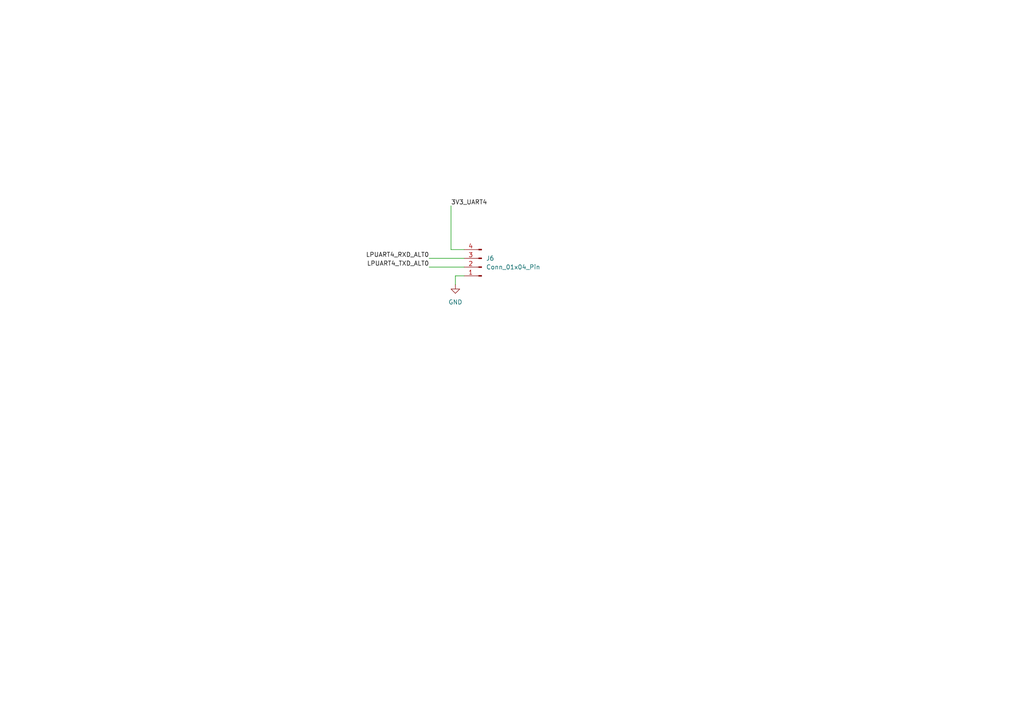
<source format=kicad_sch>
(kicad_sch (version 20231120) (generator "eeschema") (generator_version "8.0")
  (paper "A4")
  (lib_symbols
    (symbol "Connector:Conn_01x04_Pin" (pin_names (offset 1.016) hide)
      (property "Reference" "J" (at 0 5.08 0))
      (property "Value" "Conn_01x04_Pin" (at 0 -7.62 0))
      (symbol "Conn_01x04_Pin_1_1"
        (polyline (pts (xy 1.27 -5.08) (xy 0.8636 -5.08)) (stroke (width 0.1524)))
        (polyline (pts (xy 1.27 -2.54) (xy 0.8636 -2.54)) (stroke (width 0.1524)))
        (polyline (pts (xy 1.27 0) (xy 0.8636 0)) (stroke (width 0.1524)))
        (polyline (pts (xy 1.27 2.54) (xy 0.8636 2.54)) (stroke (width 0.1524)))
        (rectangle (start 0.8636 -4.953) (end 0 -5.207) (stroke (width 0.1524)) (fill (type outline)))
        (rectangle (start 0.8636 -2.413) (end 0 -2.667) (stroke (width 0.1524)) (fill (type outline)))
        (rectangle (start 0.8636 0.127) (end 0 -0.127) (stroke (width 0.1524)) (fill (type outline)))
        (rectangle (start 0.8636 2.667) (end 0 2.413) (stroke (width 0.1524)) (fill (type outline)))
        (pin passive line (at 5.08 2.54 180) (length 3.81) (name "Pin_1") (number "1"))
        (pin passive line (at 5.08 0 180) (length 3.81) (name "Pin_2") (number "2"))
        (pin passive line (at 5.08 -2.54 180) (length 3.81) (name "Pin_3") (number "3"))
        (pin passive line (at 5.08 -5.08 180) (length 3.81) (name "Pin_4") (number "4"))
      )
    )
    (symbol "power:GND" (power) (pin_numbers hide) (pin_names (offset 0) hide)
      (property "Value" "GND" (at 0 -3.81 0))
      (symbol "GND_0_1"
        (polyline (pts (xy 0 0) (xy 0 -1.27) (xy 1.27 -1.27) (xy 0 -2.54) (xy -1.27 -1.27) (xy 0 -1.27)))
      )
      (symbol "GND_1_1"
        (pin power_in line (at 0 0 270) (length 0) (name "~") (number "1"))
      )
    )
  )
  (wire (pts (xy 124.46 77.47) (xy 134.62 77.47)))
  (wire (pts (xy 130.81 59.69) (xy 130.81 72.39)))
  (wire (pts (xy 134.62 80.01) (xy 132.08 80.01)))
  (wire (pts (xy 124.46 74.93) (xy 134.62 74.93)))
  (wire (pts (xy 130.81 72.39) (xy 134.62 72.39)))
  (wire (pts (xy 132.08 80.01) (xy 132.08 82.55)))
  (label "LPUART4_TXD_ALT0" (at 124.46 77.47 180))
  (label "LPUART4_RXD_ALT0" (at 124.46 74.93 180))
  (label "3V3_UART4" (at 130.81 59.69 0))
  (symbol (lib_id "power:GND") (at 132.08 82.55 0) (unit 1)
    (property "Reference" "#PWR037" (effects (hide yes)))
    (property "Value" "GND" (at 132.08 87.63 0))
    (property "Description" "Power symbol creates a global label with name \"GND\" , ground" (effects (hide yes)))
  )
  (symbol (lib_id "Connector:Conn_01x04_Pin") (at 139.7 77.47 180) (unit 1)
    (property "Reference" "J6" (at 140.97 74.9299 0) (effects (justify right)))
    (property "Value" "Conn_01x04_Pin" (at 140.97 77.4699 0) (effects (justify right)))
    (property "Description" "Generic connector, single row, 01x04, script generated" (effects (hide yes)))
  )
)
</source>
